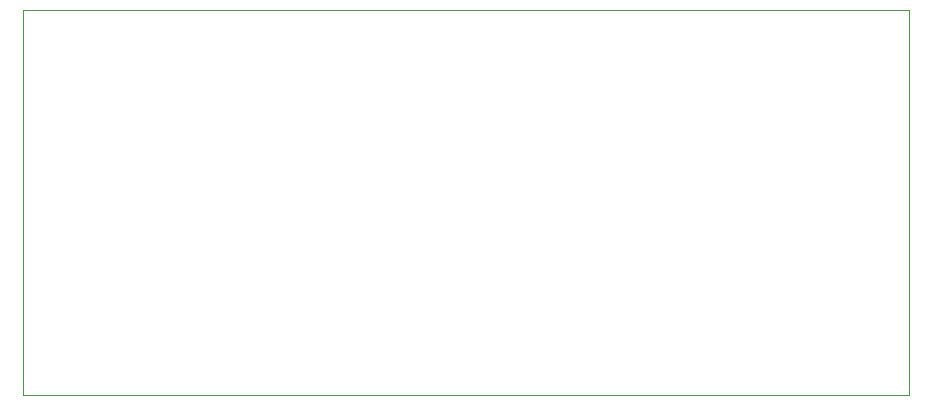
<source format=gbr>
%TF.GenerationSoftware,KiCad,Pcbnew,6.0.7-f9a2dced07~116~ubuntu20.04.1*%
%TF.CreationDate,2022-08-10T10:50:10-04:00*%
%TF.ProjectId,sensor_gnuiiium,73656e73-6f72-45f6-976e-75696969756d,rev?*%
%TF.SameCoordinates,Original*%
%TF.FileFunction,Profile,NP*%
%FSLAX46Y46*%
G04 Gerber Fmt 4.6, Leading zero omitted, Abs format (unit mm)*
G04 Created by KiCad (PCBNEW 6.0.7-f9a2dced07~116~ubuntu20.04.1) date 2022-08-10 10:50:10*
%MOMM*%
%LPD*%
G01*
G04 APERTURE LIST*
%TA.AperFunction,Profile*%
%ADD10C,0.100000*%
%TD*%
G04 APERTURE END LIST*
D10*
X216849400Y-123850000D02*
X141850000Y-123850000D01*
X141850000Y-123850000D02*
X141850000Y-91300000D01*
X141850000Y-91300000D02*
X216849400Y-91300000D01*
X216849400Y-91300000D02*
X216849400Y-123850000D01*
M02*

</source>
